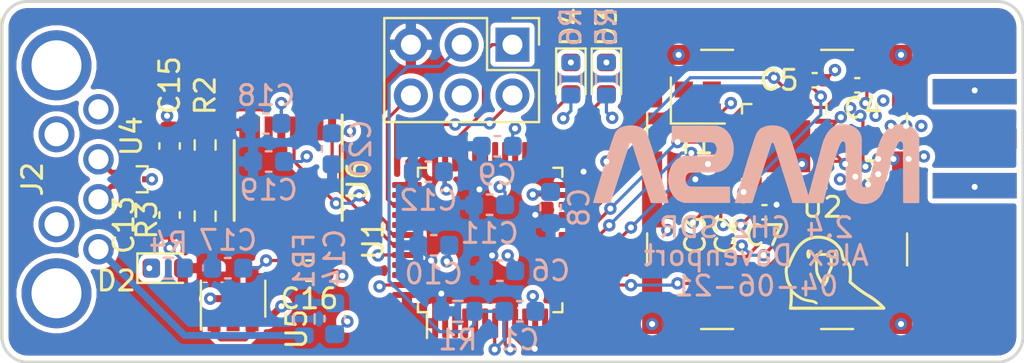
<source format=kicad_pcb>
(kicad_pcb (version 20171130) (host pcbnew "(5.1.7)-1")
  (layers (0 F.Cu signal) (1 In1.Cu power) (2 In2.Cu power) (31 B.Cu signal) (34 B.Paste user hide) (35 F.Paste user hide) (36 B.SilkS user) (37 F.SilkS user) (38 B.Mask user) (39 F.Mask user) (44 Edge.Cuts user))
  (net 0 "")
  (net 1 GND)
  (net 2 +3V3)
  (net 3 /LDO_OUT)
  (net 4 "Net-(C15-Pad1)")
  (net 5 +5V)
  (net 6 NRST)
  (net 7 LED1)
  (net 8 "Net-(D2-Pad1)")
  (net 9 LED2)
  (net 10 "Net-(D3-Pad1)")
  (net 11 "Net-(D4-Pad1)")
  (net 12 SWO)
  (net 13 SWCLK)
  (net 14 SWDIO)
  (net 15 /USB_P)
  (net 16 /USB_N)
  (net 17 SPI1_MISO)
  (net 18 SPI1_MOSI)
  (net 19 SPI1_SCK)
  (net 20 CS_Radio)
  (net 21 DIO3_Radio)
  (net 22 DIO2_Radio)
  (net 23 DIO1_Radio)
  (net 24 BUSY_Radio)
  (net 25 /XTB)
  (net 26 /XTA)
  (net 27 nRST_Radio)
  (net 28 USART1_RX)
  (net 29 USART1_TX)
  (net 30 "Net-(U2-Pad22)")
  (net 31 "Net-(C4-Pad1)")
  (net 32 "Net-(C13-Pad1)")
  (net 33 "Net-(C16-Pad1)")
  (net 34 "Net-(J1-Pad1)")
  (net 35 "Net-(FB1-Pad2)")
  (module davenport_kicad_footprints:parrot (layer F.Cu) (at 163.703 73.533)
    (fp_text reference G*** hide)
    (fp_text value LOGO hide)
  )
  (module davenport_kicad_footprints:logowname (layer B.Cu) (at 159.766 68.072 180)
    (fp_text reference G*** hide)
    (fp_text value LOGO hide)
    (fp_text user "2.4 GHz SDR" (at 0 -3.175 180) (layer B.SilkS) (effects (justify mirror)))
    (fp_text user "Alex Davenport" (at 0 -4.572 180) (layer B.SilkS) (effects (justify mirror)))
    (fp_text user 04-06-21 (at 0 -6.096 180) (layer B.SilkS) (effects (justify mirror)))
  )
  (module ecs3_archive:48037-0001 (layer F.Cu) (at 126.873 68.834 270)
    (fp_text reference J2 (at 0 3.302 90) (layer F.SilkS))
    (fp_text value USB_A)
    (pad 5 thru_hole circle (at 2.25 2.1 270) (size 1.8 1.8) (drill 1.2) (layers *.Cu *.Mask) (net 1 GND))
    (pad 5 thru_hole circle (at -2.25 2.1 270) (size 1.8 1.8) (drill 1.2) (layers *.Cu *.Mask) (net 1 GND))
    (pad 5 thru_hole circle (at 5.7 2.1 270) (size 3.5 3.5) (drill 2.5) (layers *.Cu *.Mask) (net 1 GND))
    (pad 5 thru_hole circle (at -5.7 2.1 270) (size 3.5 3.5) (drill 2.5) (layers *.Cu *.Mask) (net 1 GND))
    (pad 1 thru_hole circle (at 3.5 0 270) (size 1.524 1.524) (drill 1) (layers *.Cu *.Mask) (net 35 "Net-(FB1-Pad2)"))
    (pad 4 thru_hole circle (at -3.5 0 270) (size 1.524 1.524) (drill 1) (layers *.Cu *.Mask) (net 1 GND))
    (pad 2 thru_hole circle (at 1 0 270) (size 1.524 1.524) (drill 1) (layers *.Cu *.Mask) (net 32 "Net-(C13-Pad1)"))
    (pad 3 thru_hole circle (at -1 0 270) (size 1.524 1.524) (drill 1) (layers *.Cu *.Mask) (net 4 "Net-(C15-Pad1)"))
  )
  (module davenport_kicad_footprints:FIL_2450FM07D0034T (layer F.Cu) (at 165.1 66.929)
    (fp_text reference U3 (at 0 1.524) (layer F.SilkS))
    (fp_text value 2450FM07D0034)
    (pad 4 smd rect (at 0 -0.35) (size 0.3 0.5) (layers F.Cu F.Paste F.Mask) (net 1 GND))
    (pad 3 smd rect (at 0.6 0) (size 0.55 0.55) (layers F.Cu F.Paste F.Mask) (net 34 "Net-(J1-Pad1)"))
    (pad 1 smd rect (at -0.6 0) (size 0.55 0.55) (layers F.Cu F.Paste F.Mask) (net 30 "Net-(U2-Pad22)"))
    (pad 2 smd rect (at 0 0.35) (size 0.3 0.5) (layers F.Cu F.Paste F.Mask) (net 1 GND))
  )
  (module Package_TO_SOT_SMD:Texas_DRT-3 (layer F.Cu) (at 128.778 68.834 270)
    (fp_text reference U4 (at -2.159 0.254 90) (layer F.SilkS))
    (fp_text value TPD2EUSB30)
    (pad 3 smd rect (at 0 -0.425 270) (size 0.3 0.3) (layers F.Cu F.Paste F.Mask) (net 1 GND))
    (pad 2 smd rect (at 0.35 0.425 270) (size 0.3 0.3) (layers F.Cu F.Paste F.Mask) (net 32 "Net-(C13-Pad1)"))
    (pad 1 smd rect (at -0.35 0.425 270) (size 0.3 0.3) (layers F.Cu F.Paste F.Mask) (net 4 "Net-(C15-Pad1)"))
  )
  (module davenport_kicad_footprints:Crystal_SMD_2016-4Pin_2.0x1.6mm (layer F.Cu) (at 156.845 64.897)
    (fp_text reference Y1 (at -0.127 2.159) (layer F.SilkS))
    (fp_text value "52MHz FW520WFMT1CT-ND")
    (pad 4 smd rect (at -0.7 -0.55) (size 0.9 0.8) (layers F.Cu F.Paste F.Mask) (net 1 GND))
    (pad 3 smd rect (at 0.7 -0.55) (size 0.9 0.8) (layers F.Cu F.Paste F.Mask) (net 26 /XTA))
    (pad 2 smd rect (at 0.7 0.55) (size 0.9 0.8) (layers F.Cu F.Paste F.Mask) (net 1 GND))
    (pad 1 smd rect (at -0.7 0.55) (size 0.9 0.8) (layers F.Cu F.Paste F.Mask) (net 25 /XTB))
  )
  (module Package_TO_SOT_SMD:SOT-23-5 (layer F.Cu) (at 133.604 74.803 90)
    (fp_text reference U5 (at -1.524 3.175 90) (layer F.SilkS))
    (fp_text value MIC5219-3.3YM5)
    (pad 5 smd rect (at 1.1 -0.95 90) (size 1.06 0.65) (layers F.Cu F.Paste F.Mask) (net 2 +3V3))
    (pad 4 smd rect (at 1.1 0.95 90) (size 1.06 0.65) (layers F.Cu F.Paste F.Mask) (net 33 "Net-(C16-Pad1)"))
    (pad 3 smd rect (at -1.1 0.95 90) (size 1.06 0.65) (layers F.Cu F.Paste F.Mask) (net 5 +5V))
    (pad 2 smd rect (at -1.1 0 90) (size 1.06 0.65) (layers F.Cu F.Paste F.Mask) (net 1 GND))
    (pad 1 smd rect (at -1.1 -0.95 90) (size 1.06 0.65) (layers F.Cu F.Paste F.Mask) (net 5 +5V))
  )
  (module Package_SO:SSOP-16_3.9x4.9mm_P0.635mm (layer F.Cu) (at 136.3345 68.894 270)
    (fp_text reference U6 (at 0 -3.5 90) (layer F.SilkS))
    (fp_text value FT230XS)
    (pad 16 smd rect (at 2.6 -2.2225 270) (size 1.2 0.4) (layers F.Cu F.Paste F.Mask))
    (pad 15 smd rect (at 2.6 -1.5875 270) (size 1.2 0.4) (layers F.Cu F.Paste F.Mask))
    (pad 14 smd rect (at 2.6 -0.9525 270) (size 1.2 0.4) (layers F.Cu F.Paste F.Mask))
    (pad 13 smd rect (at 2.6 -0.3175 270) (size 1.2 0.4) (layers F.Cu F.Paste F.Mask) (net 1 GND))
    (pad 12 smd rect (at 2.6 0.3175 270) (size 1.2 0.4) (layers F.Cu F.Paste F.Mask) (net 2 +3V3))
    (pad 11 smd rect (at 2.6 0.9525 270) (size 1.2 0.4) (layers F.Cu F.Paste F.Mask) (net 2 +3V3))
    (pad 10 smd rect (at 2.6 1.5875 270) (size 1.2 0.4) (layers F.Cu F.Paste F.Mask) (net 2 +3V3))
    (pad 9 smd rect (at 2.6 2.2225 270) (size 1.2 0.4) (layers F.Cu F.Paste F.Mask) (net 16 /USB_N))
    (pad 8 smd rect (at -2.6 2.2225 270) (size 1.2 0.4) (layers F.Cu F.Paste F.Mask) (net 15 /USB_P))
    (pad 7 smd rect (at -2.6 1.5875 270) (size 1.2 0.4) (layers F.Cu F.Paste F.Mask))
    (pad 6 smd rect (at -2.6 0.9525 270) (size 1.2 0.4) (layers F.Cu F.Paste F.Mask))
    (pad 5 smd rect (at -2.6 0.3175 270) (size 1.2 0.4) (layers F.Cu F.Paste F.Mask) (net 1 GND))
    (pad 4 smd rect (at -2.6 -0.3175 270) (size 1.2 0.4) (layers F.Cu F.Paste F.Mask) (net 29 USART1_TX))
    (pad 3 smd rect (at -2.6 -0.9525 270) (size 1.2 0.4) (layers F.Cu F.Paste F.Mask) (net 2 +3V3))
    (pad 2 smd rect (at -2.6 -1.5875 270) (size 1.2 0.4) (layers F.Cu F.Paste F.Mask))
    (pad 1 smd rect (at -2.6 -2.2225 270) (size 1.2 0.4) (layers F.Cu F.Paste F.Mask) (net 28 USART1_RX))
  )
  (module Package_QFP:LQFP-48_7x7mm_P0.5mm (layer F.Cu) (at 146.4595 71.87 90)
    (fp_text reference U1 (at 0 -5.85 270) (layer F.SilkS))
    (fp_text value STM32F103C8Tx)
    (pad 48 smd roundrect (at -2.75 -4.1625 90) (size 0.3 1.475) (layers F.Cu F.Paste F.Mask) (net 2 +3V3))
    (pad 47 smd roundrect (at -2.25 -4.1625 90) (size 0.3 1.475) (layers F.Cu F.Paste F.Mask) (net 1 GND))
    (pad 46 smd roundrect (at -1.75 -4.1625 90) (size 0.3 1.475) (layers F.Cu F.Paste F.Mask))
    (pad 45 smd roundrect (at -1.25 -4.1625 90) (size 0.3 1.475) (layers F.Cu F.Paste F.Mask))
    (pad 44 smd roundrect (at -0.75 -4.1625 90) (size 0.3 1.475) (layers F.Cu F.Paste F.Mask) (net 1 GND))
    (pad 43 smd roundrect (at -0.25 -4.1625 90) (size 0.3 1.475) (layers F.Cu F.Paste F.Mask) (net 28 USART1_RX))
    (pad 42 smd roundrect (at 0.25 -4.1625 90) (size 0.3 1.475) (layers F.Cu F.Paste F.Mask) (net 29 USART1_TX))
    (pad 41 smd roundrect (at 0.75 -4.1625 90) (size 0.3 1.475) (layers F.Cu F.Paste F.Mask))
    (pad 40 smd roundrect (at 1.25 -4.1625 90) (size 0.3 1.475) (layers F.Cu F.Paste F.Mask))
    (pad 39 smd roundrect (at 1.75 -4.1625 90) (size 0.3 1.475) (layers F.Cu F.Paste F.Mask) (net 12 SWO))
    (pad 38 smd roundrect (at 2.25 -4.1625 90) (size 0.3 1.475) (layers F.Cu F.Paste F.Mask))
    (pad 37 smd roundrect (at 2.75 -4.1625 90) (size 0.3 1.475) (layers F.Cu F.Paste F.Mask) (net 13 SWCLK))
    (pad 36 smd roundrect (at 4.1625 -2.75 90) (size 1.475 0.3) (layers F.Cu F.Paste F.Mask) (net 2 +3V3))
    (pad 35 smd roundrect (at 4.1625 -2.25 90) (size 1.475 0.3) (layers F.Cu F.Paste F.Mask) (net 1 GND))
    (pad 34 smd roundrect (at 4.1625 -1.75 90) (size 1.475 0.3) (layers F.Cu F.Paste F.Mask) (net 14 SWDIO))
    (pad 33 smd roundrect (at 4.1625 -1.25 90) (size 1.475 0.3) (layers F.Cu F.Paste F.Mask))
    (pad 32 smd roundrect (at 4.1625 -0.75 90) (size 1.475 0.3) (layers F.Cu F.Paste F.Mask))
    (pad 31 smd roundrect (at 4.1625 -0.25 90) (size 1.475 0.3) (layers F.Cu F.Paste F.Mask))
    (pad 30 smd roundrect (at 4.1625 0.25 90) (size 1.475 0.3) (layers F.Cu F.Paste F.Mask))
    (pad 29 smd roundrect (at 4.1625 0.75 90) (size 1.475 0.3) (layers F.Cu F.Paste F.Mask))
    (pad 28 smd roundrect (at 4.1625 1.25 90) (size 1.475 0.3) (layers F.Cu F.Paste F.Mask))
    (pad 27 smd roundrect (at 4.1625 1.75 90) (size 1.475 0.3) (layers F.Cu F.Paste F.Mask))
    (pad 26 smd roundrect (at 4.1625 2.25 90) (size 1.475 0.3) (layers F.Cu F.Paste F.Mask) (net 9 LED2))
    (pad 25 smd roundrect (at 4.1625 2.75 90) (size 1.475 0.3) (layers F.Cu F.Paste F.Mask) (net 7 LED1))
    (pad 24 smd roundrect (at 2.75 4.1625 90) (size 0.3 1.475) (layers F.Cu F.Paste F.Mask) (net 2 +3V3))
    (pad 23 smd roundrect (at 2.25 4.1625 90) (size 0.3 1.475) (layers F.Cu F.Paste F.Mask) (net 1 GND))
    (pad 22 smd roundrect (at 1.75 4.1625 90) (size 0.3 1.475) (layers F.Cu F.Paste F.Mask) (net 27 nRST_Radio))
    (pad 21 smd roundrect (at 1.25 4.1625 90) (size 0.3 1.475) (layers F.Cu F.Paste F.Mask) (net 24 BUSY_Radio))
    (pad 20 smd roundrect (at 0.75 4.1625 90) (size 0.3 1.475) (layers F.Cu F.Paste F.Mask) (net 23 DIO1_Radio))
    (pad 19 smd roundrect (at 0.25 4.1625 90) (size 0.3 1.475) (layers F.Cu F.Paste F.Mask) (net 22 DIO2_Radio))
    (pad 18 smd roundrect (at -0.25 4.1625 90) (size 0.3 1.475) (layers F.Cu F.Paste F.Mask) (net 21 DIO3_Radio))
    (pad 17 smd roundrect (at -0.75 4.1625 90) (size 0.3 1.475) (layers F.Cu F.Paste F.Mask) (net 18 SPI1_MOSI))
    (pad 16 smd roundrect (at -1.25 4.1625 90) (size 0.3 1.475) (layers F.Cu F.Paste F.Mask) (net 17 SPI1_MISO))
    (pad 15 smd roundrect (at -1.75 4.1625 90) (size 0.3 1.475) (layers F.Cu F.Paste F.Mask) (net 19 SPI1_SCK))
    (pad 14 smd roundrect (at -2.25 4.1625 90) (size 0.3 1.475) (layers F.Cu F.Paste F.Mask) (net 20 CS_Radio))
    (pad 13 smd roundrect (at -2.75 4.1625 90) (size 0.3 1.475) (layers F.Cu F.Paste F.Mask))
    (pad 12 smd roundrect (at -4.1625 2.75 90) (size 1.475 0.3) (layers F.Cu F.Paste F.Mask))
    (pad 11 smd roundrect (at -4.1625 2.25 90) (size 1.475 0.3) (layers F.Cu F.Paste F.Mask))
    (pad 10 smd roundrect (at -4.1625 1.75 90) (size 1.475 0.3) (layers F.Cu F.Paste F.Mask))
    (pad 9 smd roundrect (at -4.1625 1.25 90) (size 1.475 0.3) (layers F.Cu F.Paste F.Mask) (net 2 +3V3))
    (pad 8 smd roundrect (at -4.1625 0.75 90) (size 1.475 0.3) (layers F.Cu F.Paste F.Mask) (net 1 GND))
    (pad 7 smd roundrect (at -4.1625 0.25 90) (size 1.475 0.3) (layers F.Cu F.Paste F.Mask) (net 6 NRST))
    (pad 6 smd roundrect (at -4.1625 -0.25 90) (size 1.475 0.3) (layers F.Cu F.Paste F.Mask))
    (pad 5 smd roundrect (at -4.1625 -0.75 90) (size 1.475 0.3) (layers F.Cu F.Paste F.Mask))
    (pad 4 smd roundrect (at -4.1625 -1.25 90) (size 1.475 0.3) (layers F.Cu F.Paste F.Mask))
    (pad 3 smd roundrect (at -4.1625 -1.75 90) (size 1.475 0.3) (layers F.Cu F.Paste F.Mask))
    (pad 2 smd roundrect (at -4.1625 -2.25 90) (size 1.475 0.3) (layers F.Cu F.Paste F.Mask))
    (pad 1 smd roundrect (at -4.1625 -2.75 90) (size 1.475 0.3) (layers F.Cu F.Paste F.Mask) (net 2 +3V3))
  )
  (module Package_DFN_QFN:QFN-24-1EP_4x4mm_P0.5mm_EP2.6x2.6mm (layer F.Cu) (at 161.163 67.183 270)
    (fp_text reference U2 (at 3.048 -1.905 180) (layer F.SilkS))
    (fp_text value SX1280)
    (pad 25 smd rect (at 0 0 270) (size 2.6 2.6) (layers F.Cu F.Mask) (net 1 GND))
    (pad 24 smd roundrect (at -1.25 -1.9375 270) (size 0.25 0.825) (layers F.Cu F.Paste F.Mask) (net 1 GND))
    (pad 23 smd roundrect (at -0.75 -1.9375 270) (size 0.25 0.825) (layers F.Cu F.Paste F.Mask) (net 1 GND))
    (pad 22 smd roundrect (at -0.25 -1.9375 270) (size 0.25 0.825) (layers F.Cu F.Paste F.Mask) (net 30 "Net-(U2-Pad22)"))
    (pad 21 smd roundrect (at 0.25 -1.9375 270) (size 0.25 0.825) (layers F.Cu F.Paste F.Mask) (net 1 GND))
    (pad 20 smd roundrect (at 0.75 -1.9375 270) (size 0.25 0.825) (layers F.Cu F.Paste F.Mask) (net 1 GND))
    (pad 19 smd roundrect (at 1.25 -1.9375 270) (size 0.25 0.825) (layers F.Cu F.Paste F.Mask) (net 20 CS_Radio))
    (pad 18 smd roundrect (at 1.9375 -1.25 270) (size 0.825 0.25) (layers F.Cu F.Paste F.Mask) (net 19 SPI1_SCK))
    (pad 17 smd roundrect (at 1.9375 -0.75 270) (size 0.825 0.25) (layers F.Cu F.Paste F.Mask) (net 18 SPI1_MOSI))
    (pad 16 smd roundrect (at 1.9375 -0.25 270) (size 0.825 0.25) (layers F.Cu F.Paste F.Mask) (net 17 SPI1_MISO))
    (pad 15 smd roundrect (at 1.9375 0.25 270) (size 0.825 0.25) (layers F.Cu F.Paste F.Mask) (net 2 +3V3))
    (pad 14 smd roundrect (at 1.9375 0.75 270) (size 0.825 0.25) (layers F.Cu F.Paste F.Mask))
    (pad 13 smd roundrect (at 1.9375 1.25 270) (size 0.825 0.25) (layers F.Cu F.Paste F.Mask) (net 1 GND))
    (pad 12 smd roundrect (at 1.25 1.9375 270) (size 0.25 0.825) (layers F.Cu F.Paste F.Mask) (net 3 /LDO_OUT))
    (pad 11 smd roundrect (at 0.75 1.9375 270) (size 0.25 0.825) (layers F.Cu F.Paste F.Mask) (net 2 +3V3))
    (pad 10 smd roundrect (at 0.25 1.9375 270) (size 0.25 0.825) (layers F.Cu F.Paste F.Mask) (net 21 DIO3_Radio))
    (pad 9 smd roundrect (at -0.25 1.9375 270) (size 0.25 0.825) (layers F.Cu F.Paste F.Mask) (net 22 DIO2_Radio))
    (pad 8 smd roundrect (at -0.75 1.9375 270) (size 0.25 0.825) (layers F.Cu F.Paste F.Mask) (net 23 DIO1_Radio))
    (pad 7 smd roundrect (at -1.25 1.9375 270) (size 0.25 0.825) (layers F.Cu F.Paste F.Mask) (net 24 BUSY_Radio))
    (pad 6 smd roundrect (at -1.9375 1.25 270) (size 0.825 0.25) (layers F.Cu F.Paste F.Mask) (net 25 /XTB))
    (pad 5 smd roundrect (at -1.9375 0.75 270) (size 0.825 0.25) (layers F.Cu F.Paste F.Mask) (net 1 GND))
    (pad 4 smd roundrect (at -1.9375 0.25 270) (size 0.825 0.25) (layers F.Cu F.Paste F.Mask) (net 26 /XTA))
    (pad 3 smd roundrect (at -1.9375 -0.25 270) (size 0.825 0.25) (layers F.Cu F.Paste F.Mask) (net 27 nRST_Radio))
    (pad 2 smd roundrect (at -1.9375 -0.75 270) (size 0.825 0.25) (layers F.Cu F.Paste F.Mask) (net 3 /LDO_OUT))
    (pad 1 smd roundrect (at -1.9375 -1.25 270) (size 0.825 0.25) (layers F.Cu F.Paste F.Mask) (net 31 "Net-(C4-Pad1)"))
  )
  (module RF_Shielding:Laird_Technologies_BMI-S-101_13.66x12.70mm (layer F.Cu) (at 160.809 69.342)
    (fp_text reference S1)
    (fp_text value "Shield - BMI-S-101")
    (pad 1 smd rect (at 6.25 5.165) (size 1 2.13) (layers F.Cu F.Paste F.Mask) (net 1 GND))
    (pad 1 smd rect (at -6.25 5.165) (size 1 2.13) (layers F.Cu F.Paste F.Mask) (net 1 GND))
    (pad 1 smd rect (at 6.25 0) (size 1 3.8) (layers F.Cu F.Paste F.Mask) (net 1 GND))
    (pad 1 smd rect (at -6.25 0) (size 1 3.8) (layers F.Cu F.Paste F.Mask) (net 1 GND))
    (pad 1 smd rect (at 6.25 -5.165) (size 1 2.13) (layers F.Cu F.Paste F.Mask) (net 1 GND))
    (pad 1 smd rect (at -6.25 -5.165) (size 1 2.13) (layers F.Cu F.Paste F.Mask) (net 1 GND))
    (pad 1 smd rect (at 4.925 6.73) (size 1.65 1) (layers F.Cu F.Paste F.Mask) (net 1 GND))
    (pad 1 smd rect (at 4.925 -6.73) (size 1.65 1) (layers F.Cu F.Paste F.Mask) (net 1 GND))
    (pad 1 smd rect (at 0 6.73) (size 3.8 1) (layers F.Cu F.Paste F.Mask) (net 1 GND))
    (pad 1 smd rect (at 0 -6.73) (size 3.8 1) (layers F.Cu F.Paste F.Mask) (net 1 GND))
    (pad 1 smd rect (at -4.925 6.73) (size 1.65 1) (layers F.Cu F.Paste F.Mask) (net 1 GND))
    (pad 1 smd rect (at -4.925 -6.73) (size 1.65 1) (layers F.Cu F.Paste F.Mask) (net 1 GND))
    (pad 1 smd rect (at -6.25 6.73) (size 1 1) (layers F.Cu F.Paste F.Mask) (net 1 GND))
    (pad 1 smd rect (at 6.25 6.73) (size 1 1) (layers F.Cu F.Paste F.Mask) (net 1 GND))
    (pad 1 smd rect (at 6.25 -6.73) (size 1 1) (layers F.Cu F.Paste F.Mask) (net 1 GND))
    (pad 1 smd rect (at -6.25 -6.73) (size 1 1) (layers F.Cu F.Paste F.Mask) (net 1 GND))
  )
  (module Resistor_SMD:R_0603_1608Metric (layer B.Cu) (at 130.366 73.279)
    (fp_text reference R4 (at 0 -1.27) (layer B.SilkS) (effects (justify mirror)))
    (fp_text value 1k)
    (pad 2 smd roundrect (at 0.825 0) (size 0.8 0.95) (layers B.Cu B.Paste B.Mask) (net 1 GND))
    (pad 1 smd roundrect (at -0.825 0) (size 0.8 0.95) (layers B.Cu B.Paste B.Mask) (net 8 "Net-(D2-Pad1)"))
  )
  (module Resistor_SMD:R_0603_1608Metric (layer B.Cu) (at 144.844 75.438)
    (fp_text reference R1 (at 0 1.43) (layer B.SilkS) (effects (justify mirror)))
    (fp_text value 3k3)
    (pad 2 smd roundrect (at 0.825 0) (size 0.8 0.95) (layers B.Cu B.Paste B.Mask) (net 6 NRST))
    (pad 1 smd roundrect (at -0.825 0) (size 0.8 0.95) (layers B.Cu B.Paste B.Mask) (net 2 +3V3))
  )
  (module Resistor_SMD:R_0603_1608Metric (layer B.Cu) (at 150.495 63.817 90)
    (fp_text reference R6 (at 2.603 0 90) (layer B.SilkS) (effects (justify mirror)))
    (fp_text value 1k)
    (pad 2 smd roundrect (at 0.825 0 90) (size 0.8 0.95) (layers B.Cu B.Paste B.Mask) (net 11 "Net-(D4-Pad1)"))
    (pad 1 smd roundrect (at -0.825 0 90) (size 0.8 0.95) (layers B.Cu B.Paste B.Mask) (net 1 GND))
  )
  (module Resistor_SMD:R_0603_1608Metric (layer B.Cu) (at 152.273 63.817 90)
    (fp_text reference R5 (at 2.603 0 90) (layer B.SilkS) (effects (justify mirror)))
    (fp_text value 1k)
    (pad 2 smd roundrect (at 0.825 0 90) (size 0.8 0.95) (layers B.Cu B.Paste B.Mask) (net 10 "Net-(D3-Pad1)"))
    (pad 1 smd roundrect (at -0.825 0 90) (size 0.8 0.95) (layers B.Cu B.Paste B.Mask) (net 1 GND))
  )
  (module Resistor_SMD:R_0603_1608Metric (layer F.Cu) (at 132.207 70.676 90)
    (fp_text reference R3 (at -0.19 -2.921 90) (layer F.SilkS))
    (fp_text value 27)
    (pad 2 smd roundrect (at 0.825 0 90) (size 0.8 0.95) (layers F.Cu F.Paste F.Mask) (net 32 "Net-(C13-Pad1)"))
    (pad 1 smd roundrect (at -0.825 0 90) (size 0.8 0.95) (layers F.Cu F.Paste F.Mask) (net 16 /USB_N))
  )
  (module Resistor_SMD:R_0603_1608Metric (layer F.Cu) (at 132.207 67.119 270)
    (fp_text reference R2 (at -2.476 0 90) (layer F.SilkS))
    (fp_text value 27)
    (pad 2 smd roundrect (at 0.825 0 270) (size 0.8 0.95) (layers F.Cu F.Paste F.Mask) (net 4 "Net-(C15-Pad1)"))
    (pad 1 smd roundrect (at -0.825 0 270) (size 0.8 0.95) (layers F.Cu F.Paste F.Mask) (net 15 /USB_P))
  )
  (module Connector_PinHeader_2.54mm:PinHeader_2x03_P2.54mm_Vertical (layer F.Cu) (at 147.574 62.103 270)
    (fp_text reference J3)
    (fp_text value Conn_02x03_Top_Bottom)
    (pad 6 thru_hole oval (at 2.54 5.08 270) (size 1.7 1.7) (drill 1) (layers *.Cu *.Mask) (net 12 SWO))
    (pad 5 thru_hole oval (at 0 5.08 270) (size 1.7 1.7) (drill 1) (layers *.Cu *.Mask) (net 2 +3V3))
    (pad 4 thru_hole oval (at 2.54 2.54 270) (size 1.7 1.7) (drill 1) (layers *.Cu *.Mask) (net 1 GND))
    (pad 3 thru_hole oval (at 0 2.54 270) (size 1.7 1.7) (drill 1) (layers *.Cu *.Mask) (net 6 NRST))
    (pad 2 thru_hole oval (at 2.54 0 270) (size 1.7 1.7) (drill 1) (layers *.Cu *.Mask) (net 13 SWCLK))
    (pad 1 thru_hole rect (at 0 0 270) (size 1.7 1.7) (drill 1) (layers *.Cu *.Mask) (net 14 SWDIO))
  )
  (module davenport_kicad_footprints:EBAY_SMA (layer F.Cu) (at 170.688 66.802 90)
    (fp_text reference J1 hide)
    (fp_text value Conn_Coaxial)
    (pad 1 smd rect (at 0 0 90) (size 1 4.2) (layers F.Cu F.Paste F.Mask) (net 34 "Net-(J1-Pad1)"))
    (pad 2 smd rect (at -2.35 0 90) (size 1.27 4.2) (layers B.Cu B.Paste B.Mask) (net 1 GND))
    (pad 2 smd rect (at 2.35 0 90) (size 1.27 4.2) (layers B.Cu B.Paste B.Mask) (net 1 GND))
    (pad 2 smd rect (at -2.35 0 90) (size 1.27 4.2) (layers F.Cu F.Paste F.Mask) (net 1 GND))
    (pad 2 smd rect (at 2.35 0 90) (size 1.27 4.2) (layers F.Cu F.Paste F.Mask) (net 1 GND))
  )
  (module Resistor_SMD:R_0603_1608Metric (layer B.Cu) (at 137.16 75.819 270)
    (fp_text reference FB1 (at -2.921 0 270) (layer B.SilkS) (effects (justify mirror)))
    (fp_text value Ferrite_Bead)
    (pad 2 smd roundrect (at 0.825 0 270) (size 0.8 0.95) (layers B.Cu B.Paste B.Mask) (net 35 "Net-(FB1-Pad2)"))
    (pad 1 smd roundrect (at -0.825 0 270) (size 0.8 0.95) (layers B.Cu B.Paste B.Mask) (net 5 +5V))
  )
  (module LED_SMD:LED_0603_1608Metric (layer F.Cu) (at 130.302 73.279)
    (fp_text reference D2 (at -2.54 0.635) (layer F.SilkS))
    (fp_text value LED)
    (pad 2 smd roundrect (at 0.7875 0) (size 0.875 0.95) (layers F.Cu F.Paste F.Mask) (net 2 +3V3))
    (pad 1 smd roundrect (at -0.7875 0) (size 0.875 0.95) (layers F.Cu F.Paste F.Mask) (net 8 "Net-(D2-Pad1)"))
  )
  (module LED_SMD:LED_0603_1608Metric (layer F.Cu) (at 150.495 63.7795 270)
    (fp_text reference D4 (at -2.5655 0 90) (layer F.SilkS))
    (fp_text value LED)
    (pad 2 smd roundrect (at 0.7875 0 270) (size 0.875 0.95) (layers F.Cu F.Paste F.Mask) (net 9 LED2))
    (pad 1 smd roundrect (at -0.7875 0 270) (size 0.875 0.95) (layers F.Cu F.Paste F.Mask) (net 11 "Net-(D4-Pad1)"))
  )
  (module LED_SMD:LED_0603_1608Metric (layer F.Cu) (at 152.273 63.7795 270)
    (fp_text reference D3 (at -2.5655 0 90) (layer F.SilkS))
    (fp_text value LED)
    (pad 2 smd roundrect (at 0.7875 0 270) (size 0.875 0.95) (layers F.Cu F.Paste F.Mask) (net 7 LED1))
    (pad 1 smd roundrect (at -0.7875 0 270) (size 0.875 0.95) (layers F.Cu F.Paste F.Mask) (net 10 "Net-(D3-Pad1)"))
  )
  (module Capacitor_SMD:C_0603_1608Metric (layer B.Cu) (at 138.557 67.31 90)
    (fp_text reference C20 (at 0 1.43 90) (layer B.SilkS) (effects (justify mirror)))
    (fp_text value 4.7uF)
    (pad 2 smd roundrect (at 0.775 0 90) (size 0.9 0.95) (layers B.Cu B.Paste B.Mask) (net 1 GND))
    (pad 1 smd roundrect (at -0.775 0 90) (size 0.9 0.95) (layers B.Cu B.Paste B.Mask) (net 2 +3V3))
  )
  (module Capacitor_SMD:C_0603_1608Metric (layer B.Cu) (at 135.382 67.945)
    (fp_text reference C19 (at 0 1.43) (layer B.SilkS) (effects (justify mirror)))
    (fp_text value 100nF)
    (pad 2 smd roundrect (at 0.775 0) (size 0.9 0.95) (layers B.Cu B.Paste B.Mask) (net 1 GND))
    (pad 1 smd roundrect (at -0.775 0) (size 0.9 0.95) (layers B.Cu B.Paste B.Mask) (net 2 +3V3))
  )
  (module Capacitor_SMD:C_0603_1608Metric (layer B.Cu) (at 133.337 73.279)
    (fp_text reference C17 (at 0.013 -1.397) (layer B.SilkS) (effects (justify mirror)))
    (fp_text value 2.2uF)
    (pad 2 smd roundrect (at 0.775 0) (size 0.9 0.95) (layers B.Cu B.Paste B.Mask) (net 1 GND))
    (pad 1 smd roundrect (at -0.775 0) (size 0.9 0.95) (layers B.Cu B.Paste B.Mask) (net 2 +3V3))
  )
  (module Capacitor_SMD:C_0603_1608Metric (layer B.Cu) (at 135.242 66.04)
    (fp_text reference C18 (at 0.013 -1.397) (layer B.SilkS) (effects (justify mirror)))
    (fp_text value 100nF)
    (pad 2 smd roundrect (at 0.775 0) (size 0.9 0.95) (layers B.Cu B.Paste B.Mask) (net 1 GND))
    (pad 1 smd roundrect (at -0.775 0) (size 0.9 0.95) (layers B.Cu B.Paste B.Mask) (net 2 +3V3))
  )
  (module Capacitor_SMD:C_0603_1608Metric (layer F.Cu) (at 137.401 73.406)
    (fp_text reference C16 (at 0.013 1.397) (layer F.SilkS))
    (fp_text value 470pF)
    (pad 2 smd roundrect (at 0.775 0) (size 0.9 0.95) (layers F.Cu F.Paste F.Mask) (net 1 GND))
    (pad 1 smd roundrect (at -0.775 0) (size 0.9 0.95) (layers F.Cu F.Paste F.Mask) (net 33 "Net-(C16-Pad1)"))
  )
  (module Capacitor_SMD:C_0603_1608Metric (layer B.Cu) (at 147.942 75.438)
    (fp_text reference C1 (at 0 1.43) (layer B.SilkS) (effects (justify mirror)))
    (fp_text value 100nF)
    (pad 2 smd roundrect (at 0.775 0) (size 0.9 0.95) (layers B.Cu B.Paste B.Mask) (net 1 GND))
    (pad 1 smd roundrect (at -0.775 0) (size 0.9 0.95) (layers B.Cu B.Paste B.Mask) (net 6 NRST))
  )
  (module Capacitor_SMD:C_0603_1608Metric (layer B.Cu) (at 138.684 75.806 270)
    (fp_text reference C14 (at -3.035 0 90) (layer B.SilkS) (effects (justify mirror)))
    (fp_text value 1uF)
    (pad 2 smd roundrect (at 0.775 0 270) (size 0.9 0.95) (layers B.Cu B.Paste B.Mask) (net 1 GND))
    (pad 1 smd roundrect (at -0.775 0 270) (size 0.9 0.95) (layers B.Cu B.Paste B.Mask) (net 5 +5V))
  )
  (module Capacitor_SMD:C_0603_1608Metric (layer F.Cu) (at 130.429 67.17 90)
    (fp_text reference C15 (at 3.035 0 90) (layer F.SilkS))
    (fp_text value 47pF)
    (pad 2 smd roundrect (at 0.775 0 90) (size 0.9 0.95) (layers F.Cu F.Paste F.Mask) (net 1 GND))
    (pad 1 smd roundrect (at -0.775 0 90) (size 0.9 0.95) (layers F.Cu F.Paste F.Mask) (net 4 "Net-(C15-Pad1)"))
  )
  (module Capacitor_SMD:C_0603_1608Metric (layer F.Cu) (at 130.429 70.625 270)
    (fp_text reference C13 (at 0.495 2.286 90) (layer F.SilkS))
    (fp_text value 47pF)
    (pad 2 smd roundrect (at 0.775 0 270) (size 0.9 0.95) (layers F.Cu F.Paste F.Mask) (net 1 GND))
    (pad 1 smd roundrect (at -0.775 0 270) (size 0.9 0.95) (layers F.Cu F.Paste F.Mask) (net 32 "Net-(C13-Pad1)"))
  )
  (module Capacitor_SMD:C_0402_1005Metric (layer F.Cu) (at 160.175 70.485 180)
    (fp_text reference C7 (at 0 -1.16) (layer F.SilkS))
    (fp_text value 100nF)
    (pad 2 smd roundrect (at 0.48 0 180) (size 0.56 0.62) (layers F.Cu F.Paste F.Mask) (net 1 GND))
    (pad 1 smd roundrect (at -0.48 0 180) (size 0.56 0.62) (layers F.Cu F.Paste F.Mask) (net 2 +3V3))
  )
  (module Capacitor_SMD:C_0603_1608Metric (layer B.Cu) (at 143.37 68.453)
    (fp_text reference C12 (at 0 1.43) (layer B.SilkS) (effects (justify mirror)))
    (fp_text value 10uF)
    (pad 2 smd roundrect (at 0.775 0) (size 0.9 0.95) (layers B.Cu B.Paste B.Mask) (net 1 GND))
    (pad 1 smd roundrect (at -0.775 0) (size 0.9 0.95) (layers B.Cu B.Paste B.Mask) (net 2 +3V3))
  )
  (module Capacitor_SMD:C_0402_1005Metric (layer F.Cu) (at 162.687 63.881)
    (fp_text reference C5 (at -1.778 0) (layer F.SilkS))
    (fp_text value 470nF)
    (pad 2 smd roundrect (at 0.48 0) (size 0.56 0.62) (layers F.Cu F.Paste F.Mask) (net 1 GND))
    (pad 1 smd roundrect (at -0.48 0) (size 0.56 0.62) (layers F.Cu F.Paste F.Mask) (net 3 /LDO_OUT))
  )
  (module Capacitor_SMD:C_0402_1005Metric (layer F.Cu) (at 164.818 64.135)
    (fp_text reference C4 (at 0.282 1.143) (layer F.SilkS))
    (fp_text value 10nF)
    (pad 2 smd roundrect (at 0.48 0) (size 0.56 0.62) (layers F.Cu F.Paste F.Mask) (net 1 GND))
    (pad 1 smd roundrect (at -0.48 0) (size 0.56 0.62) (layers F.Cu F.Paste F.Mask) (net 31 "Net-(C4-Pad1)"))
  )
  (module Capacitor_SMD:C_0603_1608Metric (layer B.Cu) (at 146.431 70.104)
    (fp_text reference C11 (at 0 1.43) (layer B.SilkS) (effects (justify mirror)))
    (fp_text value 10uF)
    (pad 2 smd roundrect (at 0.775 0) (size 0.9 0.95) (layers B.Cu B.Paste B.Mask) (net 1 GND))
    (pad 1 smd roundrect (at -0.775 0) (size 0.9 0.95) (layers B.Cu B.Paste B.Mask) (net 2 +3V3))
  )
  (module Capacitor_SMD:C_0402_1005Metric (layer F.Cu) (at 156.972 69.723 270)
    (fp_text reference C3 (at 1.905 0.254 90) (layer F.SilkS))
    (fp_text value 100nF)
    (pad 2 smd roundrect (at 0.48 0 270) (size 0.56 0.62) (layers F.Cu F.Paste F.Mask) (net 1 GND))
    (pad 1 smd roundrect (at -0.48 0 270) (size 0.56 0.62) (layers F.Cu F.Paste F.Mask) (net 2 +3V3))
  )
  (module Capacitor_SMD:C_0603_1608Metric (layer B.Cu) (at 143.637 72.136)
    (fp_text reference C10 (at 0 1.43) (layer B.SilkS) (effects (justify mirror)))
    (fp_text value 100nF)
    (pad 2 smd roundrect (at 0.775 0) (size 0.9 0.95) (layers B.Cu B.Paste B.Mask) (net 1 GND))
    (pad 1 smd roundrect (at -0.775 0) (size 0.9 0.95) (layers B.Cu B.Paste B.Mask) (net 2 +3V3))
  )
  (module Capacitor_SMD:C_0402_1005Metric (layer F.Cu) (at 157.988 69.695 270)
    (fp_text reference C2 (at 1.933 -0.254 90) (layer F.SilkS))
    (fp_text value 10nF)
    (pad 2 smd roundrect (at 0.48 0 270) (size 0.56 0.62) (layers F.Cu F.Paste F.Mask) (net 1 GND))
    (pad 1 smd roundrect (at -0.48 0 270) (size 0.56 0.62) (layers F.Cu F.Paste F.Mask) (net 3 /LDO_OUT))
  )
  (module Capacitor_SMD:C_0603_1608Metric (layer B.Cu) (at 146.812 67.183)
    (fp_text reference C9 (at 0 1.43) (layer B.SilkS) (effects (justify mirror)))
    (fp_text value 100nF)
    (pad 2 smd roundrect (at 0.775 0) (size 0.9 0.95) (layers B.Cu B.Paste B.Mask) (net 1 GND))
    (pad 1 smd roundrect (at -0.775 0) (size 0.9 0.95) (layers B.Cu B.Paste B.Mask) (net 2 +3V3))
  )
  (module Capacitor_SMD:C_0603_1608Metric (layer B.Cu) (at 149.479 70.244 90)
    (fp_text reference C8 (at 0 1.43 90) (layer B.SilkS) (effects (justify mirror)))
    (fp_text value 100nF)
    (pad 2 smd roundrect (at 0.775 0 90) (size 0.9 0.95) (layers B.Cu B.Paste B.Mask) (net 1 GND))
    (pad 1 smd roundrect (at -0.775 0 90) (size 0.9 0.95) (layers B.Cu B.Paste B.Mask) (net 2 +3V3))
  )
  (module Capacitor_SMD:C_0603_1608Metric (layer B.Cu) (at 146.939 73.406)
    (fp_text reference C6 (at 2.54 0) (layer B.SilkS) (effects (justify mirror)))
    (fp_text value 100nF)
    (pad 2 smd roundrect (at 0.775 0) (size 0.9 0.95) (layers B.Cu B.Paste B.Mask) (net 1 GND))
    (pad 1 smd roundrect (at -0.775 0) (size 0.9 0.95) (layers B.Cu B.Paste B.Mask) (net 2 +3V3))
  )
  (gr_arc (start 171.831 61.214) (end 173.101 61.214) (angle -90) (layer Edge.Cuts) (width 0.15))
  (gr_arc (start 171.831 76.708) (end 171.831 77.978) (angle -90) (layer Edge.Cuts) (width 0.15))
  (gr_arc (start 123.317 76.708) (end 122.047 76.708) (angle -90) (layer Edge.Cuts) (width 0.15))
  (gr_arc (start 123.317 61.214) (end 123.317 59.944) (angle -90) (layer Edge.Cuts) (width 0.15))
  (gr_line (start 171.831 59.944) (end 123.317 59.944) (layer Edge.Cuts) (width 0.15))
  (gr_line (start 173.101 76.708) (end 173.101 61.214) (layer Edge.Cuts) (width 0.15))
  (gr_line (start 123.317 77.978) (end 171.831 77.978) (layer Edge.Cuts) (width 0.15))
  (gr_line (start 122.047 61.214) (end 122.047 76.708) (layer Edge.Cuts) (width 0.15))
  (via (at 167.386 67.818) (size 0.62) (drill 0.3) (layers F.Cu B.Cu) (net 1))
  (via (at 166.624 67.818) (size 0.62) (drill 0.3) (layers F.Cu B.Cu) (net 1))
  (via (at 162.052 68.072) (size 0.62) (drill 0.3) (layers F.Cu B.Cu) (net 1))
  (via (at 170.688 69.215) (size 0.62) (drill 0.3) (layers F.Cu B.Cu) (net 1))
  (via (at 170.688 64.389) (size 0.62) (drill 0.3) (layers F.Cu B.Cu) (net 1))
  (via (at 154.559 76.073) (size 0.62) (drill 0.3) (layers F.Cu B.Cu) (net 1))
  (via (at 167.005 76.073) (size 0.62) (drill 0.3) (layers F.Cu B.Cu) (net 1))
  (via (at 167.005 62.611) (size 0.62) (drill 0.3) (layers F.Cu B.Cu) (net 1))
  (via (at 156.591 70.993) (size 0.62) (drill 0.3) (layers F.Cu B.Cu) (net 1))
  (segment (start 156.972 70.612) (end 156.591 70.993) (width 0.16) (layer F.Cu) (net 1))
  (segment (start 156.972 70.203) (end 156.972 70.612) (width 0.16) (layer F.Cu) (net 1))
  (via (at 158.115 71.12) (size 0.62) (drill 0.3) (layers F.Cu B.Cu) (net 1))
  (segment (start 157.988 70.993) (end 158.115 71.12) (width 0.16) (layer F.Cu) (net 1))
  (segment (start 157.988 70.175) (end 157.988 70.993) (width 0.16) (layer F.Cu) (net 1))
  (via (at 159.004 71.12) (size 0.62) (drill 0.3) (layers F.Cu B.Cu) (net 1))
  (segment (start 159.639 70.485) (end 159.004 71.12) (width 0.16) (layer F.Cu) (net 1))
  (segment (start 159.695 70.485) (end 159.639 70.485) (width 0.16) (layer F.Cu) (net 1))
  (segment (start 160.809 76.072) (end 155.884 76.072) (width 0.16) (layer F.Cu) (net 1))
  (segment (start 160.809 76.072) (end 165.734 76.072) (width 0.16) (layer F.Cu) (net 1))
  (segment (start 167.059 74.507) (end 167.059 69.342) (width 0.16) (layer F.Cu) (net 1))
  (segment (start 165.734 62.612) (end 160.809 62.612) (width 0.16) (layer F.Cu) (net 1))
  (segment (start 160.809 62.612) (end 155.884 62.612) (width 0.16) (layer F.Cu) (net 1))
  (segment (start 155.884 62.612) (end 155.884 62.612) (width 0.16) (layer F.Cu) (net 1))
  (via (at 155.884 62.612) (size 0.62) (drill 0.3) (layers F.Cu B.Cu) (net 1))
  (segment (start 167.059 74.507) (end 167.059 76.072) (width 0.16) (layer F.Cu) (net 1))
  (segment (start 167.004 76.072) (end 167.005 76.073) (width 0.16) (layer F.Cu) (net 1))
  (segment (start 165.734 76.072) (end 167.004 76.072) (width 0.16) (layer F.Cu) (net 1))
  (segment (start 154.559 76.072) (end 154.559 74.507) (width 0.16) (layer F.Cu) (net 1))
  (segment (start 154.559 62.612) (end 155.884 62.612) (width 0.16) (layer F.Cu) (net 1))
  (segment (start 154.559 62.612) (end 154.559 64.177) (width 0.16) (layer F.Cu) (net 1))
  (segment (start 167.005 64.123) (end 167.059 64.177) (width 0.16) (layer F.Cu) (net 1))
  (segment (start 167.005 62.611) (end 167.005 64.123) (width 0.16) (layer F.Cu) (net 1))
  (segment (start 157.427002 65.447) (end 157.545 65.447) (width 0.16) (layer F.Cu) (net 1))
  (segment (start 156.327002 64.347) (end 157.427002 65.447) (width 0.16) (layer F.Cu) (net 1))
  (segment (start 156.145 64.347) (end 156.327002 64.347) (width 0.16) (layer F.Cu) (net 1))
  (via (at 158.496 65.024) (size 0.62) (drill 0.3) (layers F.Cu B.Cu) (net 1))
  (segment (start 158.073 65.447) (end 158.496 65.024) (width 0.16) (layer F.Cu) (net 1))
  (segment (start 157.545 65.447) (end 158.073 65.447) (width 0.16) (layer F.Cu) (net 1))
  (via (at 155.321 71.374) (size 0.62) (drill 0.3) (layers F.Cu B.Cu) (net 1))
  (segment (start 154.559 70.612) (end 155.321 71.374) (width 0.16) (layer F.Cu) (net 1))
  (segment (start 154.559 69.342) (end 154.559 70.612) (width 0.16) (layer F.Cu) (net 1))
  (via (at 147.338003 72.644) (size 0.62) (drill 0.3) (layers F.Cu B.Cu) (net 1))
  (segment (start 147.714 73.019997) (end 147.338003 72.644) (width 0.16) (layer B.Cu) (net 1))
  (segment (start 147.714 73.406) (end 147.714 73.019997) (width 0.16) (layer B.Cu) (net 1))
  (via (at 146.939 69.215) (size 0.62) (drill 0.3) (layers F.Cu B.Cu) (net 1))
  (segment (start 147.206 69.482) (end 146.939 69.215) (width 0.16) (layer B.Cu) (net 1))
  (segment (start 147.206 70.104) (end 147.206 69.482) (width 0.16) (layer B.Cu) (net 1))
  (via (at 148.59 69.596) (size 0.62) (drill 0.3) (layers F.Cu B.Cu) (net 1))
  (segment (start 148.717 69.469) (end 148.59 69.596) (width 0.16) (layer B.Cu) (net 1))
  (segment (start 149.479 69.469) (end 148.717 69.469) (width 0.16) (layer B.Cu) (net 1))
  (segment (start 144.412 72.809481) (end 144.285582 72.935899) (width 0.16) (layer B.Cu) (net 1))
  (via (at 144.285582 72.935899) (size 0.62) (drill 0.3) (layers F.Cu B.Cu) (net 1))
  (segment (start 144.412 72.136) (end 144.412 72.809481) (width 0.16) (layer B.Cu) (net 1))
  (via (at 129.54 68.834) (size 0.62) (drill 0.3) (layers F.Cu B.Cu) (net 1))
  (segment (start 129.203 68.834) (end 129.54 68.834) (width 0.16) (layer F.Cu) (net 1))
  (via (at 130.302 65.659) (size 0.62) (drill 0.3) (layers F.Cu B.Cu) (net 1))
  (segment (start 130.429 65.786) (end 130.302 65.659) (width 0.16) (layer F.Cu) (net 1))
  (segment (start 130.429 66.395) (end 130.429 65.786) (width 0.16) (layer F.Cu) (net 1))
  (via (at 139.065 73.66) (size 0.62) (drill 0.3) (layers F.Cu B.Cu) (net 1))
  (segment (start 138.811 73.406) (end 139.065 73.66) (width 0.16) (layer F.Cu) (net 1))
  (segment (start 138.176 73.406) (end 138.811 73.406) (width 0.16) (layer F.Cu) (net 1))
  (via (at 136.017 65.024) (size 0.62) (drill 0.3) (layers F.Cu B.Cu) (net 1))
  (segment (start 136.017 66.04) (end 136.017 65.024) (width 0.16) (layer B.Cu) (net 1))
  (via (at 139.446 66.421) (size 0.62) (drill 0.3) (layers F.Cu B.Cu) (net 1))
  (segment (start 139.332 66.535) (end 139.446 66.421) (width 0.16) (layer B.Cu) (net 1))
  (segment (start 138.557 66.535) (end 139.332 66.535) (width 0.16) (layer B.Cu) (net 1))
  (via (at 137.287 67.691) (size 0.62) (drill 0.3) (layers F.Cu B.Cu) (net 1))
  (segment (start 137.033 67.945) (end 137.287 67.691) (width 0.16) (layer B.Cu) (net 1))
  (segment (start 136.157 67.945) (end 137.033 67.945) (width 0.16) (layer B.Cu) (net 1))
  (via (at 135.258365 72.895539) (size 0.62) (drill 0.3) (layers F.Cu B.Cu) (net 1))
  (segment (start 134.874904 73.279) (end 135.258365 72.895539) (width 0.16) (layer B.Cu) (net 1))
  (segment (start 134.112 73.279) (end 134.874904 73.279) (width 0.16) (layer B.Cu) (net 1))
  (segment (start 135.847463 72.895539) (end 135.258365 72.895539) (width 0.16) (layer F.Cu) (net 1))
  (segment (start 136.652 72.091002) (end 135.847463 72.895539) (width 0.16) (layer F.Cu) (net 1))
  (segment (start 136.652 71.494) (end 136.652 72.091002) (width 0.16) (layer F.Cu) (net 1))
  (segment (start 131.191 73.279) (end 131.191 73.467065) (width 0.16) (layer B.Cu) (net 1))
  (via (at 130.429 72.263) (size 0.62) (drill 0.3) (layers F.Cu B.Cu) (net 1))
  (segment (start 130.429 71.4) (end 130.429 72.263) (width 0.16) (layer F.Cu) (net 1))
  (via (at 139.319 75.946) (size 0.62) (drill 0.3) (layers F.Cu B.Cu) (net 1))
  (segment (start 138.684 76.581) (end 139.319 75.946) (width 0.16) (layer B.Cu) (net 1))
  (via (at 148.59 74.676) (size 0.62) (drill 0.3) (layers F.Cu B.Cu) (net 1))
  (segment (start 148.717 74.803) (end 148.59 74.676) (width 0.16) (layer B.Cu) (net 1))
  (segment (start 148.717 75.438) (end 148.717 74.803) (width 0.16) (layer B.Cu) (net 1))
  (segment (start 159.913 70.267) (end 159.695 70.485) (width 0.16) (layer F.Cu) (net 1))
  (segment (start 159.913 69.1205) (end 159.913 70.267) (width 0.16) (layer F.Cu) (net 1))
  (via (at 147.701 66.294) (size 0.62) (drill 0.3) (layers F.Cu B.Cu) (net 1))
  (segment (start 147.587 66.408) (end 147.701 66.294) (width 0.16) (layer B.Cu) (net 1))
  (segment (start 147.587 67.183) (end 147.587 66.408) (width 0.16) (layer B.Cu) (net 1))
  (via (at 144.272 69.342) (size 0.62) (drill 0.3) (layers F.Cu B.Cu) (net 1))
  (segment (start 144.145 69.215) (end 144.272 69.342) (width 0.16) (layer B.Cu) (net 1))
  (segment (start 144.145 68.453) (end 144.145 69.215) (width 0.16) (layer B.Cu) (net 1))
  (via (at 140.853999 72.644) (size 0.62) (drill 0.3) (layers F.Cu B.Cu) (net 1))
  (segment (start 140.877999 72.62) (end 140.853999 72.644) (width 0.16) (layer F.Cu) (net 1))
  (segment (start 142.297 72.62) (end 140.877999 72.62) (width 0.16) (layer F.Cu) (net 1))
  (via (at 140.926338 74.192923) (size 0.62) (drill 0.3) (layers F.Cu B.Cu) (net 1))
  (segment (start 140.999261 74.12) (end 140.926338 74.192923) (width 0.16) (layer F.Cu) (net 1))
  (segment (start 142.297 74.12) (end 140.999261 74.12) (width 0.16) (layer F.Cu) (net 1))
  (segment (start 148.614 69.62) (end 148.59 69.596) (width 0.16) (layer F.Cu) (net 1))
  (segment (start 150.622 69.62) (end 148.614 69.62) (width 0.16) (layer F.Cu) (net 1))
  (segment (start 144.2095 69.2795) (end 144.272 69.342) (width 0.16) (layer F.Cu) (net 1))
  (segment (start 144.2095 67.7075) (end 144.2095 69.2795) (width 0.16) (layer F.Cu) (net 1))
  (via (at 147.465003 77.343) (size 0.62) (drill 0.3) (layers F.Cu B.Cu) (net 1))
  (segment (start 147.2095 77.087497) (end 147.465003 77.343) (width 0.16) (layer F.Cu) (net 1))
  (segment (start 147.2095 76.0325) (end 147.2095 77.087497) (width 0.16) (layer F.Cu) (net 1))
  (via (at 132.461 74.803) (size 0.62) (drill 0.3) (layers F.Cu B.Cu) (net 1))
  (segment (start 133.384 74.803) (end 132.461 74.803) (width 0.35) (layer F.Cu) (net 1))
  (segment (start 133.604 75.023) (end 133.384 74.803) (width 0.35) (layer F.Cu) (net 1))
  (segment (start 133.604 75.903) (end 133.604 75.023) (width 0.35) (layer F.Cu) (net 1))
  (segment (start 150.495 65.405) (end 150.114 65.786) (width 0.16) (layer B.Cu) (net 1))
  (via (at 150.114 65.786) (size 0.62) (drill 0.3) (layers F.Cu B.Cu) (net 1))
  (segment (start 150.495 64.642) (end 150.495 65.405) (width 0.16) (layer B.Cu) (net 1))
  (via (at 152.563047 65.76239) (size 0.62) (drill 0.3) (layers F.Cu B.Cu) (net 1))
  (segment (start 152.273 65.472343) (end 152.563047 65.76239) (width 0.16) (layer B.Cu) (net 1))
  (segment (start 152.273 64.642) (end 152.273 65.472343) (width 0.16) (layer B.Cu) (net 1))
  (segment (start 164.072 67.933) (end 164.211 68.072) (width 0.16) (layer F.Cu) (net 1))
  (via (at 164.211 68.072) (size 0.62) (drill 0.3) (layers F.Cu B.Cu) (net 1))
  (segment (start 163.1005 67.933) (end 164.072 67.933) (width 0.16) (layer F.Cu) (net 1))
  (segment (start 163.572 67.433) (end 164.211 68.072) (width 0.16) (layer F.Cu) (net 1))
  (segment (start 163.1005 67.433) (end 163.572 67.433) (width 0.16) (layer F.Cu) (net 1))
  (via (at 163.995205 65.730323) (size 0.62) (drill 0.3) (layers F.Cu B.Cu) (net 1))
  (segment (start 163.792528 65.933) (end 163.995205 65.730323) (width 0.16) (layer F.Cu) (net 1))
  (segment (start 163.1005 65.933) (end 163.792528 65.933) (width 0.16) (layer F.Cu) (net 1))
  (segment (start 163.292528 66.433) (end 163.995205 65.730323) (width 0.16) (layer F.Cu) (net 1))
  (segment (start 163.1005 66.433) (end 163.292528 66.433) (width 0.16) (layer F.Cu) (net 1))
  (segment (start 160.413 66.433) (end 161.163 67.183) (width 0.16) (layer F.Cu) (net 1))
  (segment (start 160.413 65.2455) (end 160.413 66.433) (width 0.16) (layer F.Cu) (net 1))
  (via (at 165.227 68.199) (size 0.62) (drill 0.3) (layers F.Cu B.Cu) (net 1))
  (segment (start 165.1 68.072) (end 165.227 68.199) (width 0.16) (layer F.Cu) (net 1))
  (segment (start 165.1 67.279) (end 165.1 68.072) (width 0.16) (layer F.Cu) (net 1))
  (via (at 164.973 65.659) (size 0.62) (drill 0.3) (layers F.Cu B.Cu) (net 1))
  (segment (start 165.1 65.786) (end 164.973 65.659) (width 0.16) (layer F.Cu) (net 1))
  (segment (start 165.1 66.579) (end 165.1 65.786) (width 0.16) (layer F.Cu) (net 1))
  (via (at 166.497 66.167) (size 0.62) (drill 0.3) (layers F.Cu B.Cu) (net 1))
  (via (at 167.259 66.167) (size 0.62) (drill 0.3) (layers F.Cu B.Cu) (net 1))
  (via (at 168.021 66.167) (size 0.62) (drill 0.3) (layers F.Cu B.Cu) (net 1))
  (via (at 165.862 67.818) (size 0.62) (drill 0.3) (layers F.Cu B.Cu) (net 1))
  (via (at 168.148 67.691) (size 0.62) (drill 0.3) (layers F.Cu B.Cu) (net 1))
  (via (at 165.862 68.58) (size 0.62) (drill 0.3) (layers F.Cu B.Cu) (net 1))
  (via (at 164.719 68.707) (size 0.62) (drill 0.3) (layers F.Cu B.Cu) (net 1))
  (via (at 163.957 68.834) (size 0.62) (drill 0.3) (layers F.Cu B.Cu) (net 1))
  (via (at 165.354 69.088) (size 0.62) (drill 0.3) (layers F.Cu B.Cu) (net 1))
  (via (at 165.735 65.659) (size 0.62) (drill 0.3) (layers F.Cu B.Cu) (net 1))
  (via (at 166.116 64.897) (size 0.62) (drill 0.3) (layers F.Cu B.Cu) (net 1))
  (via (at 164.465 65.278) (size 0.62) (drill 0.3) (layers F.Cu B.Cu) (net 1))
  (via (at 163.703 63.373) (size 0.62) (drill 0.3) (layers F.Cu B.Cu) (net 1))
  (segment (start 163.195 63.881) (end 163.703 63.373) (width 0.16) (layer F.Cu) (net 1))
  (segment (start 163.167 63.881) (end 163.195 63.881) (width 0.16) (layer F.Cu) (net 1))
  (via (at 165.227 65.024) (size 0.62) (drill 0.3) (layers F.Cu B.Cu) (net 1))
  (segment (start 165.298 64.953) (end 165.227 65.024) (width 0.16) (layer F.Cu) (net 1))
  (segment (start 165.298 64.135) (end 165.298 64.953) (width 0.16) (layer F.Cu) (net 1))
  (segment (start 131.191 73.025) (end 130.429 72.263) (width 0.16) (layer B.Cu) (net 1))
  (segment (start 131.191 73.279) (end 131.191 73.025) (width 0.16) (layer B.Cu) (net 1))
  (segment (start 136.017 66.294) (end 136.017 65.024) (width 0.16) (layer F.Cu) (net 1))
  (via (at 146.558 72.644) (size 0.62) (drill 0.3) (layers F.Cu B.Cu) (net 2))
  (segment (start 146.164 73.038) (end 146.558 72.644) (width 0.16) (layer B.Cu) (net 2))
  (segment (start 146.164 73.406) (end 146.164 73.038) (width 0.16) (layer B.Cu) (net 2))
  (via (at 145.923 69.342) (size 0.62) (drill 0.3) (layers F.Cu B.Cu) (net 2))
  (segment (start 145.656 69.609) (end 145.923 69.342) (width 0.16) (layer B.Cu) (net 2))
  (segment (start 145.656 70.104) (end 145.656 69.609) (width 0.16) (layer B.Cu) (net 2))
  (via (at 148.717 70.612) (size 0.62) (drill 0.3) (layers F.Cu B.Cu) (net 2))
  (segment (start 149.124 71.019) (end 148.717 70.612) (width 0.16) (layer B.Cu) (net 2))
  (segment (start 149.479 71.019) (end 149.124 71.019) (width 0.16) (layer B.Cu) (net 2))
  (via (at 143.50651 72.89783) (size 0.62) (drill 0.3) (layers F.Cu B.Cu) (net 2))
  (segment (start 142.862 72.25332) (end 143.50651 72.89783) (width 0.16) (layer B.Cu) (net 2))
  (segment (start 142.862 72.136) (end 142.862 72.25332) (width 0.16) (layer B.Cu) (net 2))
  (via (at 144.018 74.549) (size 0.62) (drill 0.3) (layers F.Cu B.Cu) (net 2))
  (segment (start 144.019 74.55) (end 144.018 74.549) (width 0.16) (layer B.Cu) (net 2))
  (segment (start 144.019 75.438) (end 144.019 74.55) (width 0.16) (layer B.Cu) (net 2))
  (segment (start 143.947 74.62) (end 144.018 74.549) (width 0.16) (layer F.Cu) (net 2))
  (segment (start 142.297 74.62) (end 143.947 74.62) (width 0.16) (layer F.Cu) (net 2))
  (via (at 156.718 68.834) (size 0.62) (drill 0.3) (layers F.Cu B.Cu) (net 2))
  (segment (start 156.972 69.088) (end 156.718 68.834) (width 0.16) (layer F.Cu) (net 2))
  (segment (start 156.972 69.243) (end 156.972 69.088) (width 0.16) (layer F.Cu) (net 2))
  (segment (start 157.52001 68.69499) (end 156.972 69.243) (width 0.16) (layer F.Cu) (net 2))
  (segment (start 157.886004 68.69499) (end 157.52001 68.69499) (width 0.16) (layer F.Cu) (net 2))
  (segment (start 158.513004 68.06799) (end 157.886004 68.69499) (width 0.16) (layer F.Cu) (net 2))
  (segment (start 159.21551 68.06799) (end 158.513004 68.06799) (width 0.16) (layer F.Cu) (net 2))
  (segment (start 159.2255 68.058) (end 159.21551 68.06799) (width 0.16) (layer F.Cu) (net 2))
  (segment (start 159.2255 67.933) (end 159.2255 68.058) (width 0.16) (layer F.Cu) (net 2))
  (segment (start 160.913 70.227) (end 160.655 70.485) (width 0.16) (layer F.Cu) (net 2))
  (segment (start 160.913 69.1205) (end 160.913 70.227) (width 0.16) (layer F.Cu) (net 2))
  (via (at 160.782 70.104) (size 0.62) (drill 0.3) (layers F.Cu B.Cu) (net 2))
  (segment (start 160.655 70.231) (end 160.782 70.104) (width 0.16) (layer F.Cu) (net 2))
  (segment (start 160.655 70.485) (end 160.655 70.231) (width 0.16) (layer F.Cu) (net 2))
  (via (at 151.13 68.453) (size 0.62) (drill 0.3) (layers F.Cu B.Cu) (net 2))
  (segment (start 150.622 68.961) (end 151.13 68.453) (width 0.16) (layer F.Cu) (net 2))
  (segment (start 150.622 69.12) (end 150.622 68.961) (width 0.16) (layer F.Cu) (net 2))
  (segment (start 146.037 69.228) (end 145.923 69.342) (width 0.16) (layer B.Cu) (net 2))
  (segment (start 146.037 67.183) (end 146.037 69.228) (width 0.16) (layer B.Cu) (net 2))
  (via (at 148.688067 77.308958) (size 0.62) (drill 0.3) (layers F.Cu B.Cu) (net 2))
  (segment (start 148.248458 77.308958) (end 148.688067 77.308958) (width 0.16) (layer F.Cu) (net 2))
  (segment (start 147.7095 76.77) (end 148.248458 77.308958) (width 0.16) (layer F.Cu) (net 2))
  (segment (start 147.7095 76.0325) (end 147.7095 76.77) (width 0.16) (layer F.Cu) (net 2))
  (segment (start 158.4435 69.215) (end 159.2255 68.433) (width 0.16) (layer F.Cu) (net 3))
  (segment (start 157.988 69.215) (end 158.4435 69.215) (width 0.16) (layer F.Cu) (net 3))
  (segment (start 161.913 64.175) (end 162.207 63.881) (width 0.16) (layer F.Cu) (net 3))
  (segment (start 161.913 65.2455) (end 161.913 64.175) (width 0.16) (layer F.Cu) (net 3))
  (segment (start 159.2255 69.3745) (end 159.131 69.469) (width 0.16) (layer F.Cu) (net 3))
  (via (at 159.131 69.469) (size 0.62) (drill 0.3) (layers F.Cu B.Cu) (net 3))
  (segment (start 159.2255 68.433) (end 159.2255 69.3745) (width 0.16) (layer F.Cu) (net 3))
  (via (at 162.990827 64.6955) (size 0.62) (drill 0.3) (layers F.Cu B.Cu) (net 3))
  (segment (start 162.990827 65.609173) (end 162.990827 64.6955) (width 0.16) (layer B.Cu) (net 3))
  (segment (start 159.131 69.469) (end 162.990827 65.609173) (width 0.16) (layer B.Cu) (net 3))
  (segment (start 162.990827 64.664827) (end 162.207 63.881) (width 0.16) (layer F.Cu) (net 3))
  (segment (start 162.990827 64.6955) (end 162.990827 64.664827) (width 0.16) (layer F.Cu) (net 3))
  (segment (start 128.353 68.484) (end 128.62 68.484) (width 0.25) (layer F.Cu) (net 4))
  (segment (start 129.159 67.945) (end 130.429 67.945) (width 0.25) (layer F.Cu) (net 4))
  (segment (start 128.62 68.484) (end 129.159 67.945) (width 0.25) (layer F.Cu) (net 4))
  (segment (start 132.206 67.945) (end 132.207 67.944) (width 0.25) (layer F.Cu) (net 4))
  (segment (start 130.429 67.945) (end 132.206 67.945) (width 0.25) (layer F.Cu) (net 4))
  (segment (start 127.523 68.484) (end 126.873 67.834) (width 0.25) (layer F.Cu) (net 4))
  (segment (start 128.353 68.484) (end 127.523 68.484) (width 0.25) (layer F.Cu) (net 4))
  (segment (start 134.554 76.411002) (end 134.554 75.903) (width 0.35) (layer F.Cu) (net 5))
  (segment (start 134.197001 76.768001) (end 134.554 76.411002) (width 0.35) (layer F.Cu) (net 5))
  (segment (start 133.010999 76.768001) (end 134.197001 76.768001) (width 0.35) (layer F.Cu) (net 5))
  (segment (start 132.654 76.411002) (end 133.010999 76.768001) (width 0.35) (layer F.Cu) (net 5))
  (segment (start 132.654 75.903) (end 132.654 76.411002) (width 0.35) (layer F.Cu) (net 5))
  (segment (start 138.647 74.994) (end 138.684 75.031) (width 0.35) (layer B.Cu) (net 5))
  (segment (start 137.16 74.994) (end 138.647 74.994) (width 0.35) (layer B.Cu) (net 5))
  (via (at 136.022002 75.184) (size 0.62) (drill 0.3) (layers F.Cu B.Cu) (net 5))
  (segment (start 135.303002 75.903) (end 136.022002 75.184) (width 0.35) (layer F.Cu) (net 5))
  (segment (start 134.554 75.903) (end 135.303002 75.903) (width 0.35) (layer F.Cu) (net 5))
  (segment (start 136.97 75.184) (end 137.16 74.994) (width 0.35) (layer B.Cu) (net 5))
  (segment (start 136.022002 75.184) (end 136.97 75.184) (width 0.35) (layer B.Cu) (net 5))
  (segment (start 147.167 75.438) (end 145.669 75.438) (width 0.16) (layer B.Cu) (net 6))
  (via (at 146.685 77.343) (size 0.62) (drill 0.3) (layers F.Cu B.Cu) (net 6))
  (segment (start 147.167 76.861) (end 146.685 77.343) (width 0.16) (layer B.Cu) (net 6))
  (segment (start 147.167 75.438) (end 147.167 76.861) (width 0.16) (layer B.Cu) (net 6))
  (segment (start 146.685 76.057) (end 146.7095 76.0325) (width 0.16) (layer F.Cu) (net 6))
  (segment (start 146.685 77.343) (end 146.685 76.057) (width 0.16) (layer F.Cu) (net 6))
  (segment (start 145.669 75.438) (end 145.669 76.073) (width 0.16) (layer B.Cu) (net 6))
  (segment (start 145.669 76.073) (end 145.288 76.454) (width 0.16) (layer B.Cu) (net 6))
  (segment (start 143.943999 63.193001) (end 145.034 62.103) (width 0.16) (layer B.Cu) (net 6))
  (segment (start 142.330797 63.193001) (end 143.943999 63.193001) (width 0.16) (layer B.Cu) (net 6))
  (segment (start 141.403999 64.119799) (end 142.330797 63.193001) (width 0.16) (layer B.Cu) (net 6))
  (segment (start 143.93773 76.454) (end 141.403999 73.920269) (width 0.16) (layer B.Cu) (net 6))
  (segment (start 141.403999 73.920269) (end 141.403999 64.119799) (width 0.16) (layer B.Cu) (net 6))
  (segment (start 145.288 76.454) (end 143.93773 76.454) (width 0.16) (layer B.Cu) (net 6))
  (segment (start 152.273 64.644) (end 152.273 64.567) (width 0.16) (layer F.Cu) (net 7))
  (segment (start 149.2095 67.7075) (end 152.273 64.644) (width 0.16) (layer F.Cu) (net 7))
  (via (at 129.413 73.279) (size 0.62) (drill 0.3) (layers F.Cu B.Cu) (net 8))
  (segment (start 148.7095 66.3525) (end 150.495 64.567) (width 0.16) (layer F.Cu) (net 9))
  (segment (start 148.7095 67.7075) (end 148.7095 66.3525) (width 0.16) (layer F.Cu) (net 9))
  (via (at 152.273 62.992) (size 0.62) (drill 0.3) (layers F.Cu B.Cu) (net 10))
  (via (at 150.495 62.992) (size 0.62) (drill 0.3) (layers F.Cu B.Cu) (net 11))
  (segment (start 141.31949 65.81751) (end 142.494 64.643) (width 0.16) (layer F.Cu) (net 12))
  (segment (start 141.614006 70.12) (end 141.31949 69.825484) (width 0.16) (layer F.Cu) (net 12))
  (segment (start 141.31949 69.825484) (end 141.31949 65.81751) (width 0.16) (layer F.Cu) (net 12))
  (segment (start 142.297 70.12) (end 141.614006 70.12) (width 0.16) (layer F.Cu) (net 12))
  (via (at 144.708591 66.095591) (size 0.62) (drill 0.3) (layers F.Cu B.Cu) (net 13))
  (segment (start 144.138415 66.095591) (end 144.708591 66.095591) (width 0.16) (layer F.Cu) (net 13))
  (segment (start 142.297 67.937006) (end 144.138415 66.095591) (width 0.16) (layer F.Cu) (net 13))
  (segment (start 142.297 69.12) (end 142.297 67.937006) (width 0.16) (layer F.Cu) (net 13))
  (via (at 146.431 66.04) (size 0.62) (drill 0.3) (layers F.Cu B.Cu) (net 13))
  (segment (start 146.375409 66.095591) (end 146.431 66.04) (width 0.16) (layer B.Cu) (net 13))
  (segment (start 144.708591 66.095591) (end 146.375409 66.095591) (width 0.16) (layer B.Cu) (net 13))
  (segment (start 147.574 64.897) (end 147.574 64.643) (width 0.16) (layer F.Cu) (net 13))
  (segment (start 146.431 66.04) (end 147.574 64.897) (width 0.16) (layer F.Cu) (net 13))
  (segment (start 144.7095 66.8725) (end 144.7095 67.7075) (width 0.16) (layer F.Cu) (net 14))
  (segment (start 146.124001 65.457999) (end 144.7095 66.8725) (width 0.16) (layer F.Cu) (net 14))
  (segment (start 146.564 62.103) (end 146.124001 62.542999) (width 0.16) (layer F.Cu) (net 14))
  (segment (start 146.124001 62.542999) (end 146.124001 65.457999) (width 0.16) (layer F.Cu) (net 14))
  (segment (start 147.574 62.103) (end 146.564 62.103) (width 0.16) (layer F.Cu) (net 14))
  (segment (start 132.207 66.294) (end 134.112 66.294) (width 0.25) (layer F.Cu) (net 15))
  (segment (start 134.105 71.501) (end 134.112 71.494) (width 0.25) (layer F.Cu) (net 16))
  (segment (start 132.207 71.501) (end 134.105 71.501) (width 0.25) (layer F.Cu) (net 16))
  (segment (start 161.413 70.574416) (end 159.282425 72.704991) (width 0.16) (layer F.Cu) (net 17))
  (segment (start 161.413 69.1205) (end 161.413 70.574416) (width 0.16) (layer F.Cu) (net 17))
  (segment (start 159.282425 72.704991) (end 153.299571 72.704991) (width 0.16) (layer F.Cu) (net 17))
  (segment (start 153.299571 72.704991) (end 152.884562 73.12) (width 0.16) (layer F.Cu) (net 17))
  (segment (start 152.884562 73.12) (end 150.622 73.12) (width 0.16) (layer F.Cu) (net 17))
  (via (at 160.134117 72.631117) (size 0.62) (drill 0.3) (layers F.Cu B.Cu) (net 18))
  (segment (start 161.913 70.852234) (end 160.134117 72.631117) (width 0.16) (layer F.Cu) (net 18))
  (segment (start 161.913 69.1205) (end 161.913 70.852234) (width 0.16) (layer F.Cu) (net 18))
  (via (at 159.038799 72.154991) (size 0.62) (drill 0.3) (layers F.Cu B.Cu) (net 18))
  (segment (start 159.514925 72.631117) (end 159.038799 72.154991) (width 0.16) (layer B.Cu) (net 18))
  (segment (start 160.134117 72.631117) (end 159.514925 72.631117) (width 0.16) (layer B.Cu) (net 18))
  (segment (start 159.038799 72.154991) (end 153.397009 72.154991) (width 0.16) (layer F.Cu) (net 18))
  (segment (start 152.932 72.62) (end 150.622 72.62) (width 0.16) (layer F.Cu) (net 18))
  (segment (start 153.397009 72.154991) (end 152.932 72.62) (width 0.16) (layer F.Cu) (net 18))
  (segment (start 153.286998 73.62) (end 153.881998 73.025) (width 0.16) (layer F.Cu) (net 19))
  (segment (start 150.622 73.62) (end 153.286998 73.62) (width 0.16) (layer F.Cu) (net 19))
  (segment (start 155.236002 73.025) (end 155.490002 73.279) (width 0.16) (layer F.Cu) (net 19))
  (segment (start 153.881998 73.025) (end 155.236002 73.025) (width 0.16) (layer F.Cu) (net 19))
  (segment (start 162.413 71.166236) (end 162.413 69.1205) (width 0.16) (layer F.Cu) (net 19))
  (segment (start 160.300236 73.279) (end 162.413 71.166236) (width 0.16) (layer F.Cu) (net 19))
  (segment (start 155.490002 73.279) (end 160.300236 73.279) (width 0.16) (layer F.Cu) (net 19))
  (via (at 153.498998 74.1275) (size 0.62) (drill 0.3) (layers F.Cu B.Cu) (net 20))
  (segment (start 153.491498 74.12) (end 153.498998 74.1275) (width 0.16) (layer F.Cu) (net 20))
  (segment (start 150.622 74.12) (end 153.491498 74.12) (width 0.16) (layer F.Cu) (net 20))
  (via (at 155.829 74.041) (size 0.62) (drill 0.3) (layers F.Cu B.Cu) (net 20))
  (segment (start 155.7425 74.1275) (end 155.829 74.041) (width 0.16) (layer B.Cu) (net 20))
  (segment (start 153.498998 74.1275) (end 155.7425 74.1275) (width 0.16) (layer B.Cu) (net 20))
  (segment (start 163.1005 70.931298) (end 163.1005 68.433) (width 0.16) (layer F.Cu) (net 20))
  (segment (start 159.990798 74.041) (end 163.1005 70.931298) (width 0.16) (layer F.Cu) (net 20))
  (segment (start 155.829 74.041) (end 159.990798 74.041) (width 0.16) (layer F.Cu) (net 20))
  (segment (start 158.057432 68.071) (end 157.353 68.071) (width 0.16) (layer F.Cu) (net 21))
  (segment (start 158.695432 67.433) (end 158.057432 68.071) (width 0.16) (layer F.Cu) (net 21))
  (via (at 157.353 68.071) (size 0.62) (drill 0.3) (layers F.Cu B.Cu) (net 21))
  (segment (start 159.2255 67.433) (end 158.695432 67.433) (width 0.16) (layer F.Cu) (net 21))
  (via (at 153.499025 71.247426) (size 0.62) (drill 0.3) (layers F.Cu B.Cu) (net 21))
  (segment (start 152.626451 72.12) (end 153.499025 71.247426) (width 0.16) (layer F.Cu) (net 21))
  (segment (start 150.622 72.12) (end 152.626451 72.12) (width 0.16) (layer F.Cu) (net 21))
  (segment (start 156.675451 68.071) (end 157.353 68.071) (width 0.16) (layer B.Cu) (net 21))
  (segment (start 153.499025 71.247426) (end 156.675451 68.071) (width 0.16) (layer B.Cu) (net 21))
  (via (at 156.517087 67.521) (size 0.62) (drill 0.3) (layers F.Cu B.Cu) (net 22))
  (segment (start 158.15487 67.521) (end 156.517087 67.521) (width 0.16) (layer F.Cu) (net 22))
  (segment (start 158.74287 66.933) (end 158.15487 67.521) (width 0.16) (layer F.Cu) (net 22))
  (segment (start 159.2255 66.933) (end 158.74287 66.933) (width 0.16) (layer F.Cu) (net 22))
  (via (at 152.415818 71.135818) (size 0.62) (drill 0.3) (layers F.Cu B.Cu) (net 22))
  (segment (start 151.931636 71.62) (end 152.415818 71.135818) (width 0.16) (layer F.Cu) (net 22))
  (segment (start 150.622 71.62) (end 151.931636 71.62) (width 0.16) (layer F.Cu) (net 22))
  (segment (start 156.030636 67.521) (end 156.517087 67.521) (width 0.16) (layer B.Cu) (net 22))
  (segment (start 152.415818 71.135818) (end 156.030636 67.521) (width 0.16) (layer B.Cu) (net 22))
  (via (at 155.829 66.971) (size 0.62) (drill 0.3) (layers F.Cu B.Cu) (net 23))
  (segment (start 158.252308 66.971) (end 155.829 66.971) (width 0.16) (layer F.Cu) (net 23))
  (segment (start 158.790308 66.433) (end 158.252308 66.971) (width 0.16) (layer F.Cu) (net 23))
  (segment (start 159.2255 66.433) (end 158.790308 66.433) (width 0.16) (layer F.Cu) (net 23))
  (via (at 152.471409 70.302409) (size 0.62) (drill 0.3) (layers F.Cu B.Cu) (net 23))
  (segment (start 151.653818 71.12) (end 152.471409 70.302409) (width 0.16) (layer F.Cu) (net 23))
  (segment (start 150.622 71.12) (end 151.653818 71.12) (width 0.16) (layer F.Cu) (net 23))
  (segment (start 155.802818 66.971) (end 155.829 66.971) (width 0.16) (layer B.Cu) (net 23))
  (segment (start 152.471409 70.302409) (end 155.802818 66.971) (width 0.16) (layer B.Cu) (net 23))
  (segment (start 158.837746 65.933) (end 158.349746 66.421) (width 0.16) (layer F.Cu) (net 24))
  (segment (start 159.2255 65.933) (end 158.837746 65.933) (width 0.16) (layer F.Cu) (net 24))
  (segment (start 154.485998 66.421) (end 153.162 67.744998) (width 0.16) (layer F.Cu) (net 24))
  (segment (start 158.349746 66.421) (end 154.485998 66.421) (width 0.16) (layer F.Cu) (net 24))
  (segment (start 151.376 70.62) (end 150.622 70.62) (width 0.16) (layer F.Cu) (net 24))
  (segment (start 153.162 68.834) (end 151.376 70.62) (width 0.16) (layer F.Cu) (net 24))
  (segment (start 153.162 67.744998) (end 153.162 68.834) (width 0.16) (layer F.Cu) (net 24))
  (segment (start 159.072684 65.2455) (end 159.913 65.2455) (width 0.16) (layer F.Cu) (net 25))
  (segment (start 158.231183 66.087001) (end 159.072684 65.2455) (width 0.16) (layer F.Cu) (net 25))
  (segment (start 156.785001 66.087001) (end 158.231183 66.087001) (width 0.16) (layer F.Cu) (net 25))
  (segment (start 156.145 65.447) (end 156.785001 66.087001) (width 0.16) (layer F.Cu) (net 25))
  (segment (start 160.913 64.833) (end 160.913 65.2455) (width 0.16) (layer F.Cu) (net 26))
  (segment (start 160.427 64.347) (end 160.913 64.833) (width 0.16) (layer F.Cu) (net 26))
  (segment (start 157.545 64.347) (end 160.427 64.347) (width 0.16) (layer F.Cu) (net 26))
  (segment (start 161.413 64.512) (end 160.655 63.754) (width 0.16) (layer F.Cu) (net 27))
  (via (at 160.655 63.754) (size 0.62) (drill 0.3) (layers F.Cu B.Cu) (net 27))
  (segment (start 161.413 65.2455) (end 161.413 64.512) (width 0.16) (layer F.Cu) (net 27))
  (via (at 152.273 67.945) (size 0.62) (drill 0.3) (layers F.Cu B.Cu) (net 27))
  (segment (start 156.464 63.754) (end 152.273 67.945) (width 0.16) (layer B.Cu) (net 27))
  (segment (start 160.655 63.754) (end 156.464 63.754) (width 0.16) (layer B.Cu) (net 27))
  (segment (start 151.304994 70.12) (end 150.622 70.12) (width 0.16) (layer F.Cu) (net 27))
  (segment (start 152.273 69.151994) (end 151.304994 70.12) (width 0.16) (layer F.Cu) (net 27))
  (segment (start 152.273 67.945) (end 152.273 69.151994) (width 0.16) (layer F.Cu) (net 27))
  (segment (start 141.614006 72.12) (end 142.297 72.12) (width 0.16) (layer F.Cu) (net 28))
  (segment (start 138.557 69.062994) (end 141.614006 72.12) (width 0.16) (layer F.Cu) (net 28))
  (segment (start 138.557 66.294) (end 138.557 69.062994) (width 0.16) (layer F.Cu) (net 28))
  (segment (start 136.652 67.935812) (end 138.752094 70.035906) (width 0.16) (layer F.Cu) (net 29))
  (via (at 138.752094 70.035906) (size 0.62) (drill 0.3) (layers F.Cu B.Cu) (net 29))
  (segment (start 136.652 66.294) (end 136.652 67.935812) (width 0.16) (layer F.Cu) (net 29))
  (via (at 139.910912 69.639088) (size 0.62) (drill 0.3) (layers F.Cu B.Cu) (net 29))
  (segment (start 139.514094 70.035906) (end 139.910912 69.639088) (width 0.16) (layer B.Cu) (net 29))
  (segment (start 138.752094 70.035906) (end 139.514094 70.035906) (width 0.16) (layer B.Cu) (net 29))
  (segment (start 141.614006 71.62) (end 142.297 71.62) (width 0.16) (layer F.Cu) (net 29))
  (segment (start 141.31949 71.325484) (end 141.614006 71.62) (width 0.16) (layer F.Cu) (net 29))
  (segment (start 141.31949 71.047666) (end 141.31949 71.325484) (width 0.16) (layer F.Cu) (net 29))
  (segment (start 139.910912 69.639088) (end 141.31949 71.047666) (width 0.16) (layer F.Cu) (net 29))
  (segment (start 163.1045 66.929) (end 163.1005 66.933) (width 0.35) (layer F.Cu) (net 30))
  (segment (start 164.5 66.929) (end 163.1045 66.929) (width 0.35) (layer F.Cu) (net 30))
  (segment (start 163.2275 65.2455) (end 164.338 64.135) (width 0.16) (layer F.Cu) (net 31))
  (segment (start 162.413 65.2455) (end 163.2275 65.2455) (width 0.16) (layer F.Cu) (net 31))
  (segment (start 130.43 69.851) (end 130.429 69.85) (width 0.25) (layer F.Cu) (net 32))
  (segment (start 132.207 69.851) (end 130.43 69.851) (width 0.25) (layer F.Cu) (net 32))
  (segment (start 130.429 69.85) (end 129.286 69.85) (width 0.25) (layer F.Cu) (net 32))
  (segment (start 128.62 69.184) (end 128.353 69.184) (width 0.25) (layer F.Cu) (net 32))
  (segment (start 129.286 69.85) (end 128.62 69.184) (width 0.25) (layer F.Cu) (net 32))
  (segment (start 127.523 69.184) (end 126.873 69.834) (width 0.25) (layer F.Cu) (net 32))
  (segment (start 128.353 69.184) (end 127.523 69.184) (width 0.25) (layer F.Cu) (net 32))
  (segment (start 136.329 73.703) (end 136.626 73.406) (width 0.35) (layer F.Cu) (net 33))
  (segment (start 134.554 73.703) (end 136.329 73.703) (width 0.35) (layer F.Cu) (net 33))
  (segment (start 170.561 66.929) (end 170.688 66.802) (width 0.35) (layer F.Cu) (net 34))
  (segment (start 165.7 66.929) (end 170.561 66.929) (width 0.35) (layer F.Cu) (net 34))
  (segment (start 131.183 76.644) (end 126.873 72.334) (width 0.35) (layer B.Cu) (net 35))
  (segment (start 137.16 76.644) (end 131.183 76.644) (width 0.35) (layer B.Cu) (net 35))
  (zone (net 2) (net_name +3V3) (layer F.Cu) (connect_pads (clearance 0.254)) (min_thickness 0.254) (fill yes (arc_segments 32) (thermal_gap 0.254) (thermal_bridge_width 0.508))
    (polygon (pts (xy 173.101 77.978) (xy 122.047 77.978) (xy 122.047 59.944) (xy 173.101 59.944)))
  )
  (zone (net 2) (net_name +3V3) (layer B.Cu) (connect_pads (clearance 0.254)) (min_thickness 0.254) (fill yes (arc_segments 32) (thermal_gap 0.254) (thermal_bridge_width 0.508))
    (polygon (pts (xy 173.101 77.978) (xy 122.047 77.978) (xy 122.047 59.944) (xy 173.101 59.944)))
  )
)
</source>
